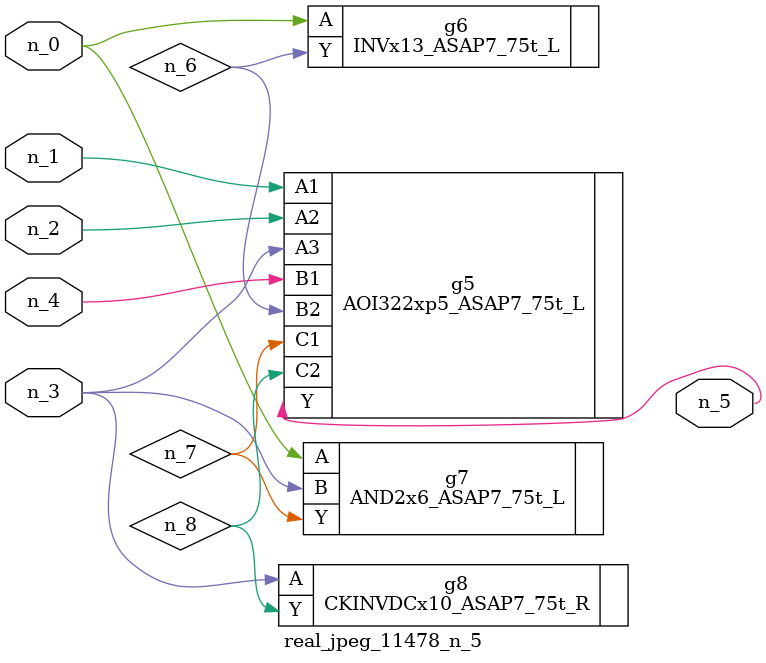
<source format=v>
module real_jpeg_11478_n_5 (n_4, n_0, n_1, n_2, n_3, n_5);

input n_4;
input n_0;
input n_1;
input n_2;
input n_3;

output n_5;

wire n_8;
wire n_6;
wire n_7;

INVx13_ASAP7_75t_L g6 ( 
.A(n_0),
.Y(n_6)
);

AND2x6_ASAP7_75t_L g7 ( 
.A(n_0),
.B(n_3),
.Y(n_7)
);

AOI322xp5_ASAP7_75t_L g5 ( 
.A1(n_1),
.A2(n_2),
.A3(n_3),
.B1(n_4),
.B2(n_6),
.C1(n_7),
.C2(n_8),
.Y(n_5)
);

CKINVDCx10_ASAP7_75t_R g8 ( 
.A(n_3),
.Y(n_8)
);


endmodule
</source>
